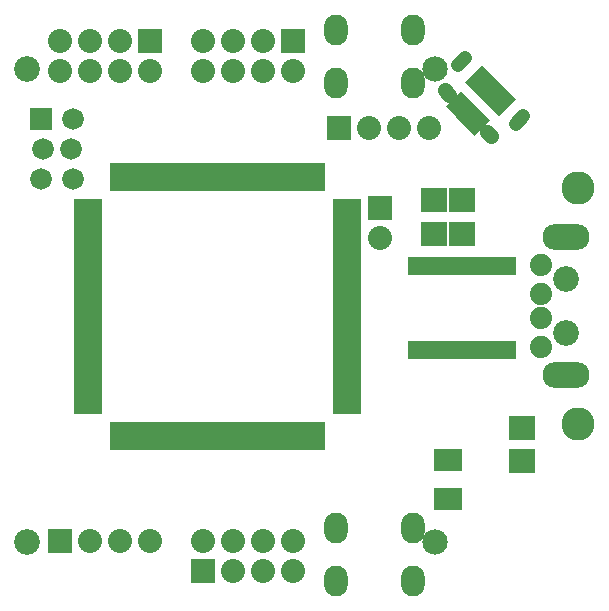
<source format=gts>
G04 #@! TF.FileFunction,Soldermask,Top*
%FSLAX46Y46*%
G04 Gerber Fmt 4.6, Leading zero omitted, Abs format (unit mm)*
G04 Created by KiCad (PCBNEW 4.0.2+dfsg1-stable) date Fri 18 May 2018 22:31:55 NZST*
%MOMM*%
G01*
G04 APERTURE LIST*
%ADD10C,0.150000*%
%ADD11R,2.032000X2.032000*%
%ADD12C,2.032000*%
%ADD13C,1.257300*%
%ADD14C,1.209040*%
%ADD15C,2.174240*%
%ADD16O,2.014220X2.608000*%
%ADD17R,2.308860X2.105660*%
%ADD18R,0.685800X2.336800*%
%ADD19R,2.336800X0.685800*%
%ADD20R,2.336800X1.828800*%
%ADD21R,0.711200X1.574800*%
%ADD22R,1.828800X1.828800*%
%ADD23C,1.828800*%
%ADD24C,2.153920*%
%ADD25C,1.879600*%
%ADD26O,3.987800X2.209800*%
%ADD27C,2.184400*%
%ADD28C,2.804800*%
G04 APERTURE END LIST*
D10*
D11*
X137800000Y-73130000D03*
D12*
X137800000Y-75670000D03*
D10*
G36*
X146458034Y-65093525D02*
X147099224Y-65734715D01*
X145786310Y-67047629D01*
X145145120Y-66406439D01*
X146458034Y-65093525D01*
X146458034Y-65093525D01*
G37*
G36*
X145996449Y-64631940D02*
X146637639Y-65273130D01*
X145324725Y-66586044D01*
X144683535Y-65944854D01*
X145996449Y-64631940D01*
X145996449Y-64631940D01*
G37*
G36*
X145536660Y-64172150D02*
X146177850Y-64813340D01*
X144864936Y-66126254D01*
X144223746Y-65485064D01*
X145536660Y-64172150D01*
X145536660Y-64172150D01*
G37*
G36*
X145076870Y-63712361D02*
X145718060Y-64353551D01*
X144405146Y-65666465D01*
X143763956Y-65025275D01*
X145076870Y-63712361D01*
X145076870Y-63712361D01*
G37*
G36*
X144617081Y-63252572D02*
X145258271Y-63893762D01*
X143945357Y-65206676D01*
X143304167Y-64565486D01*
X144617081Y-63252572D01*
X144617081Y-63252572D01*
G37*
D13*
X147145023Y-67093428D02*
X146791201Y-66739606D01*
X143610394Y-63558799D02*
X143256572Y-63204977D01*
D14*
X149884900Y-65415018D02*
X149285018Y-66014900D01*
X144934982Y-60465100D02*
X144335100Y-61064982D01*
D10*
G36*
X147835605Y-62510804D02*
X149290406Y-63965605D01*
X147835605Y-65420406D01*
X146380804Y-63965605D01*
X147835605Y-62510804D01*
X147835605Y-62510804D01*
G37*
G36*
X146384395Y-61059594D02*
X147839196Y-62514395D01*
X146384395Y-63969196D01*
X144929594Y-62514395D01*
X146384395Y-61059594D01*
X146384395Y-61059594D01*
G37*
D15*
X107900000Y-101430000D03*
D16*
X140548660Y-104747900D03*
X134051340Y-104747900D03*
X140548660Y-100252100D03*
X134051340Y-100252100D03*
X134051340Y-58112100D03*
X140548660Y-58112100D03*
X134051340Y-62607900D03*
X140548660Y-62607900D03*
D17*
X144660620Y-72499220D03*
X144660620Y-75338940D03*
X142369540Y-72499220D03*
X142369540Y-75338940D03*
X149780000Y-91750140D03*
X149780000Y-94589860D03*
D18*
X132775700Y-70514500D03*
X132128000Y-70514500D03*
X131480300Y-70514500D03*
X130832600Y-70514500D03*
X130184900Y-70514500D03*
X129524500Y-70514500D03*
X128876800Y-70514500D03*
X128229100Y-70514500D03*
X127581400Y-70514500D03*
X126933700Y-70514500D03*
X126273300Y-70514500D03*
X125625600Y-70514500D03*
X124977900Y-70514500D03*
X124330200Y-70514500D03*
X123669800Y-70514500D03*
X123022100Y-70514500D03*
X122374400Y-70514500D03*
X121726700Y-70514500D03*
X121066300Y-70514500D03*
X120418600Y-70514500D03*
X119770900Y-70514500D03*
X119123200Y-70514500D03*
X118475500Y-70514500D03*
X117815100Y-70514500D03*
X117167400Y-70514500D03*
X116519700Y-70514500D03*
X115872000Y-70514500D03*
X115224300Y-70514500D03*
D19*
X113014500Y-72724300D03*
X113014500Y-73372000D03*
X113014500Y-74019700D03*
X113014500Y-74667400D03*
X113014500Y-75315100D03*
X113014500Y-75975500D03*
X113014500Y-76623200D03*
X113014500Y-77270900D03*
X113014500Y-77918600D03*
X113014500Y-78566300D03*
X113014500Y-79226700D03*
X113014500Y-79874400D03*
X113014500Y-80522100D03*
X113014500Y-81169800D03*
X113014500Y-81830200D03*
X113014500Y-82477900D03*
X113014500Y-83125600D03*
X113014500Y-83773300D03*
X113014500Y-84433700D03*
X113014500Y-85081400D03*
X113014500Y-85729100D03*
X113014500Y-86376800D03*
X113014500Y-87024500D03*
X113014500Y-87684900D03*
X113014500Y-88332600D03*
X113014500Y-88980300D03*
X113014500Y-89628000D03*
X113014500Y-90275700D03*
D18*
X115224300Y-92485500D03*
X115872000Y-92485500D03*
X116519700Y-92485500D03*
X117167400Y-92485500D03*
X117815100Y-92485500D03*
X118475500Y-92485500D03*
X119123200Y-92485500D03*
X119770900Y-92485500D03*
X120418600Y-92485500D03*
X121066300Y-92485500D03*
X121726700Y-92485500D03*
X122374400Y-92485500D03*
X123022100Y-92485500D03*
X123669800Y-92485500D03*
X124330200Y-92485500D03*
X124977900Y-92485500D03*
X125625600Y-92485500D03*
X126273300Y-92485500D03*
X126933700Y-92485500D03*
X127581400Y-92485500D03*
X128229100Y-92485500D03*
X128876800Y-92485500D03*
X129524500Y-92485500D03*
X130184900Y-92485500D03*
X130832600Y-92485500D03*
X131480300Y-92485500D03*
X132128000Y-92485500D03*
X132775700Y-92485500D03*
D19*
X134985500Y-90275700D03*
X134985500Y-89628000D03*
X134985500Y-88980300D03*
X134985500Y-88332600D03*
X134985500Y-87684900D03*
X134985500Y-87024500D03*
X134985500Y-86376800D03*
X134985500Y-85729100D03*
X134985500Y-85081400D03*
X134985500Y-84433700D03*
X134985500Y-83773300D03*
X134985500Y-83125600D03*
X134985500Y-82477900D03*
X134985500Y-81830200D03*
X134985500Y-81169800D03*
X134985500Y-80522100D03*
X134985500Y-79874400D03*
X134985500Y-79226700D03*
X134985500Y-78566300D03*
X134985500Y-77918600D03*
X134985500Y-77270900D03*
X134985500Y-76623200D03*
X134985500Y-75975500D03*
X134985500Y-75315100D03*
X134985500Y-74667400D03*
X134985500Y-74019700D03*
X134985500Y-73372000D03*
X134985500Y-72724300D03*
D20*
X143500000Y-94524000D03*
X143500000Y-97826000D03*
D21*
X140507720Y-85176360D03*
X141142720Y-85176360D03*
X141803120Y-85176360D03*
X142463520Y-85176360D03*
X143098520Y-85176360D03*
X143758920Y-85176360D03*
X144419320Y-85176360D03*
X145054320Y-85176360D03*
X145714720Y-85176360D03*
X146349720Y-85176360D03*
X147010120Y-85176360D03*
X147670520Y-85176360D03*
X148305520Y-85176360D03*
X148965920Y-85176360D03*
X148965920Y-78064360D03*
X148305520Y-78064360D03*
X147695920Y-78064360D03*
X147010120Y-78064360D03*
X146349720Y-78064360D03*
X145714720Y-78064360D03*
X145054320Y-78064360D03*
X144419320Y-78064360D03*
X143758920Y-78064360D03*
X143098520Y-78064360D03*
X142463520Y-78064360D03*
X141803120Y-78064360D03*
X141142720Y-78064360D03*
X140507720Y-78064360D03*
D22*
X109066500Y-65660000D03*
D23*
X111733500Y-65660000D03*
X109193500Y-68200000D03*
X111606500Y-68200000D03*
X109066500Y-70740000D03*
X111733500Y-70740000D03*
D15*
X107900000Y-61430000D03*
D24*
X142400000Y-61430000D03*
X142400000Y-101430000D03*
D25*
X151389080Y-84960460D03*
X151389080Y-82461100D03*
X151389080Y-80459580D03*
X151389080Y-77960220D03*
D26*
X153520140Y-87309960D03*
X153520140Y-75610720D03*
D27*
X153520140Y-79159100D03*
X153520140Y-83761580D03*
D11*
X122790000Y-103870000D03*
D12*
X122790000Y-101330000D03*
X125330000Y-103870000D03*
X125330000Y-101330000D03*
X127870000Y-103870000D03*
X127870000Y-101330000D03*
X130410000Y-103870000D03*
X130410000Y-101330000D03*
D11*
X130410000Y-59030000D03*
D12*
X130410000Y-61570000D03*
X127870000Y-59030000D03*
X127870000Y-61570000D03*
X125330000Y-59030000D03*
X125330000Y-61570000D03*
X122790000Y-59030000D03*
X122790000Y-61570000D03*
D11*
X110690000Y-101330000D03*
D12*
X113230000Y-101330000D03*
X115770000Y-101330000D03*
X118310000Y-101330000D03*
D11*
X134320000Y-66400000D03*
D12*
X136860000Y-66400000D03*
X139400000Y-66400000D03*
X141940000Y-66400000D03*
D11*
X118310000Y-59030000D03*
D12*
X118310000Y-61570000D03*
X115770000Y-59030000D03*
X115770000Y-61570000D03*
X113230000Y-59030000D03*
X113230000Y-61570000D03*
X110690000Y-59030000D03*
X110690000Y-61570000D03*
D28*
X154520000Y-71460000D03*
X154520000Y-91460000D03*
M02*

</source>
